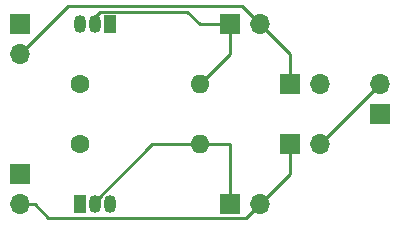
<source format=gbl>
%TF.GenerationSoftware,KiCad,Pcbnew,(6.0.4)*%
%TF.CreationDate,2022-04-14T21:23:52-04:00*%
%TF.ProjectId,GEN3,47454e33-2e6b-4696-9361-645f70636258,rev?*%
%TF.SameCoordinates,Original*%
%TF.FileFunction,Copper,L2,Bot*%
%TF.FilePolarity,Positive*%
%FSLAX46Y46*%
G04 Gerber Fmt 4.6, Leading zero omitted, Abs format (unit mm)*
G04 Created by KiCad (PCBNEW (6.0.4)) date 2022-04-14 21:23:52*
%MOMM*%
%LPD*%
G01*
G04 APERTURE LIST*
%TA.AperFunction,ComponentPad*%
%ADD10R,1.050000X1.500000*%
%TD*%
%TA.AperFunction,ComponentPad*%
%ADD11O,1.050000X1.500000*%
%TD*%
%TA.AperFunction,ComponentPad*%
%ADD12R,1.700000X1.700000*%
%TD*%
%TA.AperFunction,ComponentPad*%
%ADD13O,1.700000X1.700000*%
%TD*%
%TA.AperFunction,ComponentPad*%
%ADD14C,1.600000*%
%TD*%
%TA.AperFunction,ComponentPad*%
%ADD15O,1.600000X1.600000*%
%TD*%
%TA.AperFunction,Conductor*%
%ADD16C,0.250000*%
%TD*%
G04 APERTURE END LIST*
D10*
%TO.P,fet1,1,S*%
%TO.N,GND*%
X128270000Y-91440000D03*
D11*
%TO.P,fet1,2,G*%
%TO.N,Net-(fet1-Pad2)*%
X129540000Y-91440000D03*
%TO.P,fet1,3,D*%
%TO.N,Net-(fet1-Pad3)*%
X130810000Y-91440000D03*
%TD*%
D12*
%TO.P,Switch1,1,Pin_1*%
%TO.N,Net-(left_tube1-Pad2)*%
X146050000Y-86360000D03*
D13*
%TO.P,Switch1,2,Pin_2*%
%TO.N,Net-(Switch1-Pad2)*%
X148590000Y-86360000D03*
%TD*%
D14*
%TO.P,10K Resistors,1*%
%TO.N,GND*%
X128270000Y-86360000D03*
D15*
%TO.P,10K Resistors,2*%
%TO.N,Net-(fet1-Pad2)*%
X138430000Y-86360000D03*
%TD*%
D12*
%TO.P,BUCK1,1,Pin_1*%
%TO.N,GND*%
X153670000Y-83820000D03*
D13*
%TO.P,BUCK1,2,Pin_2*%
%TO.N,Net-(Switch1-Pad2)*%
X153670000Y-81280000D03*
%TD*%
D12*
%TO.P,Reed1,1,Pin_1*%
%TO.N,Net-(fet1-Pad2)*%
X140970000Y-91440000D03*
D13*
%TO.P,Reed1,2,Pin_2*%
%TO.N,Net-(left_tube1-Pad2)*%
X143510000Y-91440000D03*
%TD*%
D10*
%TO.P,fet2,1,S*%
%TO.N,GND*%
X130810000Y-76200000D03*
D11*
%TO.P,fet2,2,G*%
%TO.N,Net-(reed2-Pad1)*%
X129540000Y-76200000D03*
%TO.P,fet2,3,D*%
%TO.N,Net-(right_tube1-Pad1)*%
X128270000Y-76200000D03*
%TD*%
D14*
%TO.P,R1,1*%
%TO.N,GND*%
X128270000Y-81280000D03*
D15*
%TO.P,R1,2*%
%TO.N,Net-(reed2-Pad1)*%
X138430000Y-81280000D03*
%TD*%
D12*
%TO.P,right_tube1,1,Pin_1*%
%TO.N,Net-(right_tube1-Pad1)*%
X123190000Y-76200000D03*
D13*
%TO.P,right_tube1,2,Pin_2*%
%TO.N,Net-(switch2-Pad1)*%
X123190000Y-78740000D03*
%TD*%
D12*
%TO.P,switch2,1,Pin_1*%
%TO.N,Net-(switch2-Pad1)*%
X146050000Y-81280000D03*
D13*
%TO.P,switch2,2,Pin_2*%
%TO.N,Net-(switch2-Pad2)*%
X148590000Y-81280000D03*
%TD*%
D12*
%TO.P,Reed2,1,Pin_1*%
%TO.N,Net-(reed2-Pad1)*%
X140970000Y-76200000D03*
D13*
%TO.P,Reed2,2,Pin_2*%
%TO.N,Net-(switch2-Pad1)*%
X143510000Y-76200000D03*
%TD*%
D12*
%TO.P,left_tube1,1,Pin_1*%
%TO.N,Net-(fet1-Pad3)*%
X123190000Y-88900000D03*
D13*
%TO.P,left_tube1,2,Pin_2*%
%TO.N,Net-(left_tube1-Pad2)*%
X123190000Y-91440000D03*
%TD*%
D16*
%TO.N,Net-(fet1-Pad2)*%
X138430000Y-86360000D02*
X140970000Y-86360000D01*
X129540000Y-91440000D02*
X129540000Y-91215000D01*
X140970000Y-86360000D02*
X140970000Y-91440000D01*
X134395000Y-86360000D02*
X138430000Y-86360000D01*
X129540000Y-91215000D02*
X134395000Y-86360000D01*
%TO.N,Net-(left_tube1-Pad2)*%
X125634511Y-92614511D02*
X142335489Y-92614511D01*
X142335489Y-92614511D02*
X143510000Y-91440000D01*
X125634511Y-92614511D02*
X124460000Y-91440000D01*
X143510000Y-91440000D02*
X146050000Y-88900000D01*
X146050000Y-88900000D02*
X146050000Y-86360000D01*
X124460000Y-91440000D02*
X123190000Y-91440000D01*
%TO.N,Net-(Switch1-Pad2)*%
X153670000Y-81280000D02*
X148590000Y-86360000D01*
%TO.N,Net-(reed2-Pad1)*%
X129540000Y-75545978D02*
X129540000Y-76200000D01*
X140970000Y-76200000D02*
X140970000Y-78740000D01*
X138430000Y-76200000D02*
X137355489Y-75125489D01*
X129960489Y-75125489D02*
X129540000Y-75545978D01*
X140970000Y-76200000D02*
X138430000Y-76200000D01*
X140970000Y-78740000D02*
X138430000Y-81280000D01*
X137355489Y-75125489D02*
X129960489Y-75125489D01*
%TO.N,Net-(switch2-Pad1)*%
X141985969Y-74675969D02*
X127254031Y-74675969D01*
X127254031Y-74675969D02*
X123190000Y-78740000D01*
X143510000Y-76200000D02*
X141985969Y-74675969D01*
X146050000Y-78740000D02*
X143510000Y-76200000D01*
X146050000Y-81280000D02*
X146050000Y-78740000D01*
%TD*%
M02*

</source>
